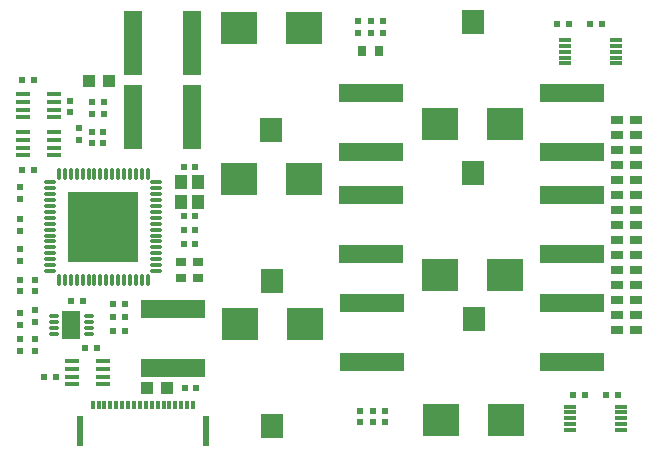
<source format=gtp>
G04 Layer_Color=8421504*
%FSLAX25Y25*%
%MOIN*%
G70*
G01*
G75*
%ADD10R,0.05906X0.21260*%
%ADD11R,0.21260X0.05906*%
%ADD12R,0.04331X0.03937*%
G04:AMPARAMS|DCode=13|XSize=11.81mil|YSize=39.37mil|CornerRadius=4.72mil|HoleSize=0mil|Usage=FLASHONLY|Rotation=180.000|XOffset=0mil|YOffset=0mil|HoleType=Round|Shape=RoundedRectangle|*
%AMROUNDEDRECTD13*
21,1,0.01181,0.02992,0,0,180.0*
21,1,0.00236,0.03937,0,0,180.0*
1,1,0.00945,-0.00118,0.01496*
1,1,0.00945,0.00118,0.01496*
1,1,0.00945,0.00118,-0.01496*
1,1,0.00945,-0.00118,-0.01496*
%
%ADD13ROUNDEDRECTD13*%
G04:AMPARAMS|DCode=14|XSize=11.81mil|YSize=39.37mil|CornerRadius=4.72mil|HoleSize=0mil|Usage=FLASHONLY|Rotation=90.000|XOffset=0mil|YOffset=0mil|HoleType=Round|Shape=RoundedRectangle|*
%AMROUNDEDRECTD14*
21,1,0.01181,0.02992,0,0,90.0*
21,1,0.00236,0.03937,0,0,90.0*
1,1,0.00945,0.01496,0.00118*
1,1,0.00945,0.01496,-0.00118*
1,1,0.00945,-0.01496,-0.00118*
1,1,0.00945,-0.01496,0.00118*
%
%ADD14ROUNDEDRECTD14*%
%ADD15R,0.23622X0.23622*%
%ADD16R,0.03150X0.03543*%
G04:AMPARAMS|DCode=17|XSize=11.81mil|YSize=43.31mil|CornerRadius=2.95mil|HoleSize=0mil|Usage=FLASHONLY|Rotation=270.000|XOffset=0mil|YOffset=0mil|HoleType=Round|Shape=RoundedRectangle|*
%AMROUNDEDRECTD17*
21,1,0.01181,0.03740,0,0,270.0*
21,1,0.00591,0.04331,0,0,270.0*
1,1,0.00591,-0.01870,-0.00295*
1,1,0.00591,-0.01870,0.00295*
1,1,0.00591,0.01870,0.00295*
1,1,0.00591,0.01870,-0.00295*
%
%ADD17ROUNDEDRECTD17*%
%ADD18R,0.03543X0.03150*%
%ADD19R,0.04803X0.01575*%
%ADD20R,0.12205X0.11024*%
%ADD21R,0.07480X0.07874*%
G04:AMPARAMS|DCode=22|XSize=11.81mil|YSize=31.5mil|CornerRadius=2.95mil|HoleSize=0mil|Usage=FLASHONLY|Rotation=270.000|XOffset=0mil|YOffset=0mil|HoleType=Round|Shape=RoundedRectangle|*
%AMROUNDEDRECTD22*
21,1,0.01181,0.02559,0,0,270.0*
21,1,0.00591,0.03150,0,0,270.0*
1,1,0.00591,-0.01280,-0.00295*
1,1,0.00591,-0.01280,0.00295*
1,1,0.00591,0.01280,0.00295*
1,1,0.00591,0.01280,-0.00295*
%
%ADD22ROUNDEDRECTD22*%
%ADD23R,0.06496X0.09449*%
%ADD24R,0.02362X0.10236*%
%ADD25R,0.01181X0.02756*%
%ADD26R,0.04331X0.04724*%
%ADD27R,0.04488X0.02953*%
%ADD28R,0.02362X0.02362*%
%ADD29R,0.02362X0.02362*%
D10*
X64665Y139744D02*
D03*
X44980D02*
D03*
Y114941D02*
D03*
X64665D02*
D03*
D11*
X58366Y51260D02*
D03*
Y31575D02*
D03*
X124485Y103327D02*
D03*
Y123012D02*
D03*
Y89055D02*
D03*
Y69370D02*
D03*
X124682Y33445D02*
D03*
Y53130D02*
D03*
X191437Y123012D02*
D03*
Y103327D02*
D03*
Y89055D02*
D03*
Y69370D02*
D03*
Y33445D02*
D03*
Y53130D02*
D03*
D12*
X49705Y24685D02*
D03*
X56398D02*
D03*
X36909Y127146D02*
D03*
X30217D02*
D03*
D13*
X20374Y60807D02*
D03*
X22343D02*
D03*
X24311D02*
D03*
X26280D02*
D03*
X28248D02*
D03*
X30217D02*
D03*
X32185D02*
D03*
X34154D02*
D03*
X36122D02*
D03*
X38091D02*
D03*
X40059D02*
D03*
X42028D02*
D03*
X43996D02*
D03*
X45965D02*
D03*
X47933D02*
D03*
X49902D02*
D03*
Y96240D02*
D03*
X47933D02*
D03*
X45965D02*
D03*
X43996D02*
D03*
X42028D02*
D03*
X40059D02*
D03*
X38091D02*
D03*
X36122D02*
D03*
X34154D02*
D03*
X32185D02*
D03*
X30217D02*
D03*
X28248D02*
D03*
X26280D02*
D03*
X24311D02*
D03*
X22343D02*
D03*
X20374D02*
D03*
D14*
X52854Y63760D02*
D03*
Y65728D02*
D03*
Y67697D02*
D03*
Y69665D02*
D03*
Y71634D02*
D03*
Y73602D02*
D03*
Y75571D02*
D03*
Y77539D02*
D03*
Y79508D02*
D03*
Y81476D02*
D03*
Y83445D02*
D03*
Y85413D02*
D03*
Y87382D02*
D03*
Y89350D02*
D03*
Y91319D02*
D03*
Y93287D02*
D03*
X17421D02*
D03*
Y91319D02*
D03*
Y89350D02*
D03*
Y87382D02*
D03*
Y85413D02*
D03*
Y83445D02*
D03*
Y81476D02*
D03*
Y79508D02*
D03*
Y77539D02*
D03*
Y75571D02*
D03*
Y73602D02*
D03*
Y71634D02*
D03*
Y69665D02*
D03*
Y67697D02*
D03*
Y65728D02*
D03*
Y63760D02*
D03*
D15*
X35138Y78524D02*
D03*
D16*
X121457Y137087D02*
D03*
X126969D02*
D03*
D17*
X188976Y132953D02*
D03*
X205906D02*
D03*
Y134921D02*
D03*
Y136890D02*
D03*
X188976Y134921D02*
D03*
Y136890D02*
D03*
Y138858D02*
D03*
Y140827D02*
D03*
X205906Y138858D02*
D03*
Y140827D02*
D03*
X207776Y18570D02*
D03*
Y16601D02*
D03*
X190847Y18570D02*
D03*
Y16601D02*
D03*
Y14633D02*
D03*
Y12664D02*
D03*
X207776Y14633D02*
D03*
Y12664D02*
D03*
Y10695D02*
D03*
X190847D02*
D03*
D18*
X61024Y61398D02*
D03*
Y66909D02*
D03*
X66535Y61398D02*
D03*
Y66909D02*
D03*
D19*
X34882Y31083D02*
D03*
Y28524D02*
D03*
X24567Y33642D02*
D03*
Y31083D02*
D03*
Y28524D02*
D03*
Y25965D02*
D03*
X34882D02*
D03*
Y33642D02*
D03*
X18642Y107461D02*
D03*
Y104902D02*
D03*
X8327Y110020D02*
D03*
Y107461D02*
D03*
Y104902D02*
D03*
Y102342D02*
D03*
X18642D02*
D03*
Y110020D02*
D03*
Y120059D02*
D03*
Y117500D02*
D03*
X8327Y122618D02*
D03*
Y120059D02*
D03*
Y117500D02*
D03*
Y114941D02*
D03*
X18642D02*
D03*
Y122618D02*
D03*
D20*
X80589Y45945D02*
D03*
X102243D02*
D03*
X169369Y14055D02*
D03*
X147715D02*
D03*
X80393Y94370D02*
D03*
X102046D02*
D03*
X169172Y62480D02*
D03*
X147519D02*
D03*
X80294Y144665D02*
D03*
X101948D02*
D03*
X169074Y112776D02*
D03*
X147420D02*
D03*
D21*
X91416Y12087D02*
D03*
X158542Y47913D02*
D03*
X91219Y60512D02*
D03*
X158345Y96339D02*
D03*
X91121Y110807D02*
D03*
X158247Y146634D02*
D03*
D22*
X30413Y42697D02*
D03*
Y44665D02*
D03*
Y46634D02*
D03*
Y48602D02*
D03*
X18602D02*
D03*
Y46634D02*
D03*
Y44665D02*
D03*
Y42697D02*
D03*
D23*
X24508Y45650D02*
D03*
D24*
X27264Y10512D02*
D03*
X69390D02*
D03*
D25*
X65059Y19173D02*
D03*
X63090D02*
D03*
X61122D02*
D03*
X59153D02*
D03*
X57185D02*
D03*
X55216D02*
D03*
X53248D02*
D03*
X51279D02*
D03*
X31594D02*
D03*
X33563D02*
D03*
X35531D02*
D03*
X37500D02*
D03*
X39469D02*
D03*
X41437D02*
D03*
X43406D02*
D03*
X45374D02*
D03*
X47343D02*
D03*
X49311D02*
D03*
D26*
X61122Y86890D02*
D03*
Y93583D02*
D03*
X66634D02*
D03*
Y86890D02*
D03*
D27*
X212638Y43957D02*
D03*
Y48957D02*
D03*
Y53957D02*
D03*
Y58957D02*
D03*
Y63957D02*
D03*
Y68957D02*
D03*
Y73957D02*
D03*
Y78957D02*
D03*
Y83957D02*
D03*
Y88957D02*
D03*
Y93957D02*
D03*
Y98957D02*
D03*
Y103957D02*
D03*
Y108957D02*
D03*
Y113957D02*
D03*
X206496D02*
D03*
Y108957D02*
D03*
Y103957D02*
D03*
Y98957D02*
D03*
Y93957D02*
D03*
Y88957D02*
D03*
Y83957D02*
D03*
Y78957D02*
D03*
Y73957D02*
D03*
Y68957D02*
D03*
Y63957D02*
D03*
Y58957D02*
D03*
Y53957D02*
D03*
Y48957D02*
D03*
Y43957D02*
D03*
D28*
X38386Y43780D02*
D03*
X42323D02*
D03*
X38386Y48307D02*
D03*
X42323D02*
D03*
X28248Y53819D02*
D03*
X24311D02*
D03*
X42323Y52835D02*
D03*
X38386D02*
D03*
X65847Y77441D02*
D03*
X61910D02*
D03*
Y98504D02*
D03*
X65847D02*
D03*
X61910Y81968D02*
D03*
X65847D02*
D03*
X62205Y24882D02*
D03*
X66142D02*
D03*
X7972Y127441D02*
D03*
X11909D02*
D03*
X32972Y38071D02*
D03*
X29035D02*
D03*
X8071Y97323D02*
D03*
X12008D02*
D03*
X61910Y72618D02*
D03*
X65847D02*
D03*
X15473Y28425D02*
D03*
X19410D02*
D03*
X197343Y145945D02*
D03*
X201279D02*
D03*
X186417D02*
D03*
X190354D02*
D03*
X202756Y22421D02*
D03*
X206693D02*
D03*
X195768D02*
D03*
X191831D02*
D03*
D29*
X12205Y50768D02*
D03*
Y46831D02*
D03*
X31201Y116122D02*
D03*
Y120059D02*
D03*
X35531D02*
D03*
Y116122D02*
D03*
X12205Y56968D02*
D03*
Y60905D02*
D03*
X7382Y45847D02*
D03*
Y49784D02*
D03*
X12224Y40945D02*
D03*
Y37008D02*
D03*
X7382Y81083D02*
D03*
Y77146D02*
D03*
X7382Y60905D02*
D03*
Y56968D02*
D03*
X7402Y40945D02*
D03*
Y37008D02*
D03*
X7382Y67106D02*
D03*
Y71043D02*
D03*
Y91614D02*
D03*
Y87677D02*
D03*
X31201Y106280D02*
D03*
Y110216D02*
D03*
X35138Y110236D02*
D03*
Y106299D02*
D03*
X27165Y111398D02*
D03*
Y107461D02*
D03*
X24114Y116614D02*
D03*
Y120551D02*
D03*
X128445Y147126D02*
D03*
Y143189D02*
D03*
X129134Y13268D02*
D03*
Y17205D02*
D03*
X120079Y147126D02*
D03*
Y143189D02*
D03*
X124311Y147126D02*
D03*
Y143189D02*
D03*
X120669Y17205D02*
D03*
Y13268D02*
D03*
X124902Y17205D02*
D03*
Y13268D02*
D03*
M02*

</source>
